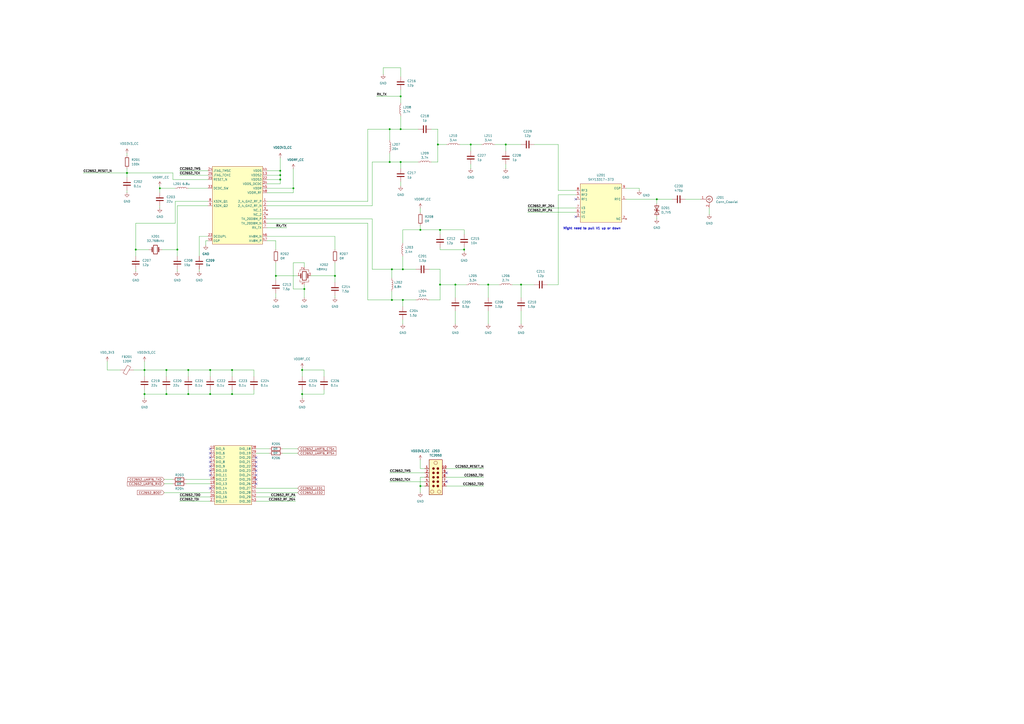
<source format=kicad_sch>
(kicad_sch (version 20250114) (generator "eeschema") (generator_version "9.0")
  (paper "A2")
  (lib_symbols
    (symbol "CC2652P1FRGZR_1"
      (symbol "CC2652P1FRGZR_1_1_1"
        (pin input line (at -17.78 17.78 0) (length 2.54) (name "JTAG_TMSC") (number "24"))
        (pin input line (at -17.78 15.24 0) (length 2.54) (name "JTAG_TCKC") (number "25"))
        (pin input line (at -17.78 12.7 0) (length 2.54) (name "RESET_N") (number "35"))
        (pin passive line (at -17.78 7.62 0) (length 2.54) (name "DCDC_SW") (number "33"))
        (pin passive line (at -17.78 0 0) (length 2.54) (name "X32K_Q1") (number "8"))
        (pin passive line (at -17.78 -2.54 0) (length 2.54) (name "X32K_Q2") (number "9"))
        (pin power_out line (at -17.78 -20.32 0) (length 2.54) (name "DCOUPL") (number "23"))
        (pin power_in line (at -17.78 -22.86 0) (length 2.54) (name "EGP") (number "49"))
        (pin power_in line (at 16.51 17.78 180) (length 2.54) (name "VDDS") (number "44"))
        (pin power_in line (at 16.51 15.24 180) (length 2.54) (name "VDDS2") (number "13"))
        (pin power_in line (at 16.51 12.7 180) (length 2.54) (name "VDDS3") (number "22"))
        (pin power_in line (at 16.51 10.16 180) (length 2.54) (name "VDDS_DCDC") (number "34"))
        (pin power_in line (at 16.51 7.62 180) (length 2.54) (name "VDDR") (number "45"))
        (pin power_in line (at 16.51 5.08 180) (length 2.54) (name "VDDR_RF") (number "48"))
        (pin bidirectional line (at 16.51 0 180) (length 2.54) (name "2_4_GHZ_RF_P") (number "1"))
        (pin bidirectional line (at 16.51 -2.54 180) (length 2.54) (name "2_4_GHZ_RF_N") (number "2"))
        (pin no_connect line (at 16.51 -5.08 180) (length 2.54) (name "NC_1") (number "3"))
        (pin no_connect line (at 16.51 -7.62 180) (length 2.54) (name "NC_2") (number "4"))
        (pin output line (at 16.51 -10.16 180) (length 2.54) (name "TX_20DBM_P") (number "5"))
        (pin output line (at 16.51 -12.7 180) (length 2.54) (name "TX_20DBM_N") (number "5"))
        (pin bidirectional line (at 16.51 -15.24 180) (length 2.54) (name "RX_TX") (number "7"))
        (pin passive line (at 16.51 -20.32 180) (length 2.54) (name "X48M_N") (number "46"))
        (pin passive line (at 16.51 -22.86 180) (length 2.54) (name "X48M_P") (number "47"))
      )
      (symbol "CC2652P1FRGZR_1_2_1"
        (pin bidirectional line (at -15.24 16.51 0) (length 2.54) (name "DIO_5") (number "10"))
        (pin bidirectional line (at -15.24 13.97 0) (length 2.54) (name "DIO_6") (number "11"))
        (pin bidirectional line (at -15.24 11.43 0) (length 2.54) (name "DIO_7") (number "12"))
        (pin bidirectional line (at -15.24 8.89 0) (length 2.54) (name "DIO_8") (number "14"))
        (pin bidirectional line (at -15.24 6.35 0) (length 2.54) (name "DIO_9") (number "15"))
        (pin bidirectional line (at -15.24 3.81 0) (length 2.54) (name "DIO_10") (number "16"))
        (pin bidirectional line (at -15.24 1.27 0) (length 2.54) (name "DIO_11") (number "17"))
        (pin bidirectional line (at -15.24 -1.27 0) (length 2.54) (name "DIO_12") (number "18"))
        (pin bidirectional line (at -15.24 -3.81 0) (length 2.54) (name "DIO_13") (number "19"))
        (pin bidirectional line (at -15.24 -6.35 0) (length 2.54) (name "DIO_14") (number "20"))
        (pin bidirectional line (at -15.24 -8.89 0) (length 2.54) (name "DIO_15") (number "21"))
        (pin bidirectional line (at -15.24 -11.43 0) (length 2.54) (name "DIO_16") (number "26"))
        (pin bidirectional line (at -15.24 -13.97 0) (length 2.54) (name "DIO_17") (number "27"))
        (pin bidirectional line (at 11.43 16.51 180) (length 2.54) (name "DIO_18") (number "28"))
        (pin bidirectional line (at 11.43 13.97 180) (length 2.54) (name "DIO_19") (number "29"))
        (pin bidirectional line (at 11.43 11.43 180) (length 2.54) (name "DIO_20") (number "30"))
        (pin bidirectional line (at 11.43 8.89 180) (length 2.54) (name "DIO_21") (number "31"))
        (pin bidirectional line (at 11.43 6.35 180) (length 2.54) (name "DIO_22") (number "32"))
        (pin bidirectional line (at 11.43 3.81 180) (length 2.54) (name "DIO_23") (number "36"))
        (pin bidirectional line (at 11.43 1.27 180) (length 2.54) (name "DIO_24") (number "37"))
        (pin bidirectional line (at 11.43 -1.27 180) (length 2.54) (name "DIO_25") (number "38"))
        (pin bidirectional line (at 11.43 -3.81 180) (length 2.54) (name "DIO_26") (number "39"))
        (pin bidirectional line (at 11.43 -6.35 180) (length 2.54) (name "DIO_27") (number "40"))
        (pin bidirectional line (at 11.43 -8.89 180) (length 2.54) (name "DIO_28") (number "41"))
        (pin bidirectional line (at 11.43 -11.43 180) (length 2.54) (name "DIO_29") (number "42"))
        (pin bidirectional line (at 11.43 -13.97 180) (length 2.54) (name "DIO_30") (number "43"))
      )
    )
    (symbol "Connector:Conn_Coaxial" (pin_names (offset 1.016) (hide yes))
      (property "Reference" "J" (at 0.254 3.048 0))
      (property "Value" "Conn_Coaxial" (at 2.921 0 90))
      (symbol "Conn_Coaxial_1_1"
        (pin passive line (at -5.08 0 0) (length 2.54) (name "In") (number "1"))
        (pin passive line (at 0 -5.08 90) (length 2.54) (name "Ext") (number "2"))
      )
    )
    (symbol "Connector:TC2050" (in_bom no)
      (property "Reference" "J" (at 1.27 11.43 0))
      (property "Value" "TC2050" (at 1.27 -11.43 0))
      (symbol "TC2050_1_1"
        (pin passive line (at -5.08 5.08 0) (length 2.54) (name "~") (number "1"))
        (pin passive line (at -5.08 2.54 0) (length 2.54) (name "~") (number "2"))
        (pin passive line (at -5.08 0 0) (length 2.54) (name "~") (number "3"))
        (pin passive line (at -5.08 -2.54 0) (length 2.54) (name "~") (number "4"))
        (pin passive line (at -5.08 -5.08 0) (length 2.54) (name "~") (number "5"))
        (pin passive line (at 7.62 5.08 180) (length 2.54) (name "~") (number "10"))
        (pin passive line (at 7.62 2.54 180) (length 2.54) (name "~") (number "9"))
        (pin passive line (at 7.62 0 180) (length 2.54) (name "~") (number "8"))
        (pin passive line (at 7.62 -2.54 180) (length 2.54) (name "~") (number "7"))
        (pin passive line (at 7.62 -5.08 180) (length 2.54) (name "~") (number "6"))
      )
    )
    (symbol "Device:C" (pin_numbers (hide yes)) (pin_names (offset 0.254))
      (property "Reference" "C" (at 0.635 2.54 0))
      (property "Value" "C" (at 0.635 -2.54 0))
      (symbol "C_1_1"
        (pin passive line (at 0 3.81 270) (length 2.794) (name "~") (number "1"))
        (pin passive line (at 0 -3.81 90) (length 2.794) (name "~") (number "2"))
      )
    )
    (symbol "Device:Crystal" (pin_numbers (hide yes)) (pin_names (offset 1.016) (hide yes))
      (property "Reference" "Y" (at 0 3.81 0))
      (property "Value" "Crystal" (at 0 -3.81 0))
      (symbol "Crystal_1_1"
        (pin passive line (at -3.81 0 0) (length 1.27) (name "1") (number "1"))
        (pin passive line (at 3.81 0 180) (length 1.27) (name "2") (number "2"))
      )
    )
    (symbol "Device:Crystal_GND24" (pin_names (offset 1.016) (hide yes))
      (property "Reference" "Y" (at 3.175 5.08 0))
      (property "Value" "Crystal_GND24" (at 3.175 3.175 0))
      (symbol "Crystal_GND24_1_1"
        (pin passive line (at -3.81 0 0) (length 1.27) (name "1") (number "1"))
        (pin passive line (at 0 5.08 270) (length 1.27) (name "2") (number "2"))
        (pin passive line (at 0 -5.08 90) (length 1.27) (name "4") (number "4"))
        (pin passive line (at 3.81 0 180) (length 1.27) (name "3") (number "3"))
      )
    )
    (symbol "Device:D_TVS" (pin_numbers (hide yes)) (pin_names (offset 1.016) (hide yes))
      (property "Reference" "D" (at 0 2.54 0))
      (property "Value" "D_TVS" (at 0 -2.54 0))
      (symbol "D_TVS_1_1"
        (pin passive line (at -3.81 0 0) (length 2.54) (name "A1") (number "1"))
        (pin passive line (at 3.81 0 180) (length 2.54) (name "A2") (number "2"))
      )
    )
    (symbol "Device:FerriteBead" (pin_numbers (hide yes)) (pin_names (offset 0))
      (property "Reference" "FB" (at -3.81 0.635 90))
      (property "Value" "FerriteBead" (at 3.81 0 90))
      (symbol "FerriteBead_1_1"
        (pin passive line (at 0 3.81 270) (length 2.54) (name "~") (number "1"))
        (pin passive line (at 0 -3.81 90) (length 2.54) (name "~") (number "2"))
      )
    )
    (symbol "Device:L" (pin_numbers (hide yes)) (pin_names (offset 1.016) (hide yes))
      (property "Reference" "L" (at -1.27 0 90))
      (property "Value" "L" (at 1.905 0 90))
      (symbol "L_1_1"
        (pin passive line (at 0 3.81 270) (length 1.27) (name "1") (number "1"))
        (pin passive line (at 0 -3.81 90) (length 1.27) (name "2") (number "2"))
      )
    )
    (symbol "Device:R" (pin_numbers (hide yes)) (pin_names (offset 0))
      (property "Reference" "R" (at 2.032 0 90))
      (property "Value" "R" (at 0 0 90))
      (symbol "R_1_1"
        (pin passive line (at 0 3.81 270) (length 1.27) (name "~") (number "1"))
        (pin passive line (at 0 -3.81 90) (length 1.27) (name "~") (number "2"))
      )
    )
    (symbol "SoftServicesSymbolLibrary:CC2652P1FRGZR"
      (symbol "CC2652P1FRGZR_1_1"
        (pin input line (at -17.78 17.78 0) (length 2.54) (name "JTAG_TMSC") (number "24"))
        (pin input line (at -17.78 15.24 0) (length 2.54) (name "JTAG_TCKC") (number "25"))
        (pin input line (at -17.78 12.7 0) (length 2.54) (name "RESET_N") (number "35"))
        (pin passive line (at -17.78 7.62 0) (length 2.54) (name "DCDC_SW") (number "33"))
        (pin passive line (at -17.78 0 0) (length 2.54) (name "X32K_Q1") (number "8"))
        (pin passive line (at -17.78 -2.54 0) (length 2.54) (name "X32K_Q2") (number "9"))
        (pin power_out line (at -17.78 -20.32 0) (length 2.54) (name "DCOUPL") (number "23"))
        (pin power_in line (at -17.78 -22.86 0) (length 2.54) (name "EGP") (number "49"))
        (pin power_in line (at 16.51 17.78 180) (length 2.54) (name "VDDS") (number "44"))
        (pin power_in line (at 16.51 15.24 180) (length 2.54) (name "VDDS2") (number "13"))
        (pin power_in line (at 16.51 12.7 180) (length 2.54) (name "VDDS3") (number "22"))
        (pin power_in line (at 16.51 10.16 180) (length 2.54) (name "VDDS_DCDC") (number "34"))
        (pin power_in line (at 16.51 7.62 180) (length 2.54) (name "VDDR") (number "45"))
        (pin power_in line (at 16.51 5.08 180) (length 2.54) (name "VDDR_RF") (number "48"))
        (pin bidirectional line (at 16.51 0 180) (length 2.54) (name "2_4_GHZ_RF_P") (number "1"))
        (pin bidirectional line (at 16.51 -2.54 180) (length 2.54) (name "2_4_GHZ_RF_N") (number "2"))
        (pin no_connect line (at 16.51 -5.08 180) (length 2.54) (name "NC_1") (number "3"))
        (pin no_connect line (at 16.51 -7.62 180) (length 2.54) (name "NC_2") (number "4"))
        (pin output line (at 16.51 -10.16 180) (length 2.54) (name "TX_20DBM_P") (number "5"))
        (pin output line (at 16.51 -12.7 180) (length 2.54) (name "TX_20DBM_N") (number "6"))
        (pin bidirectional line (at 16.51 -15.24 180) (length 2.54) (name "RX_TX") (number "7"))
        (pin passive line (at 16.51 -20.32 180) (length 2.54) (name "X48M_N") (number "46"))
        (pin passive line (at 16.51 -22.86 180) (length 2.54) (name "X48M_P") (number "47"))
      )
      (symbol "CC2652P1FRGZR_2_1"
        (pin bidirectional line (at -15.24 16.51 0) (length 2.54) (name "DIO_5") (number "10"))
        (pin bidirectional line (at -15.24 13.97 0) (length 2.54) (name "DIO_6") (number "11"))
        (pin bidirectional line (at -15.24 11.43 0) (length 2.54) (name "DIO_7") (number "12"))
        (pin bidirectional line (at -15.24 8.89 0) (length 2.54) (name "DIO_8") (number "14"))
        (pin bidirectional line (at -15.24 6.35 0) (length 2.54) (name "DIO_9") (number "15"))
        (pin bidirectional line (at -15.24 3.81 0) (length 2.54) (name "DIO_10") (number "16"))
        (pin bidirectional line (at -15.24 1.27 0) (length 2.54) (name "DIO_11") (number "17"))
        (pin bidirectional line (at -15.24 -1.27 0) (length 2.54) (name "DIO_12") (number "18"))
        (pin bidirectional line (at -15.24 -3.81 0) (length 2.54) (name "DIO_13") (number "19"))
        (pin bidirectional line (at -15.24 -6.35 0) (length 2.54) (name "DIO_14") (number "20"))
        (pin bidirectional line (at -15.24 -8.89 0) (length 2.54) (name "DIO_15") (number "21"))
        (pin bidirectional line (at -15.24 -11.43 0) (length 2.54) (name "DIO_16") (number "26"))
        (pin bidirectional line (at -15.24 -13.97 0) (length 2.54) (name "DIO_17") (number "27"))
        (pin bidirectional line (at 11.43 16.51 180) (length 2.54) (name "DIO_18") (number "28"))
        (pin bidirectional line (at 11.43 13.97 180) (length 2.54) (name "DIO_19") (number "29"))
        (pin bidirectional line (at 11.43 11.43 180) (length 2.54) (name "DIO_20") (number "30"))
        (pin bidirectional line (at 11.43 8.89 180) (length 2.54) (name "DIO_21") (number "31"))
        (pin bidirectional line (at 11.43 6.35 180) (length 2.54) (name "DIO_22") (number "32"))
        (pin bidirectional line (at 11.43 3.81 180) (length 2.54) (name "DIO_23") (number "36"))
        (pin bidirectional line (at 11.43 1.27 180) (length 2.54) (name "DIO_24") (number "37"))
        (pin bidirectional line (at 11.43 -1.27 180) (length 2.54) (name "DIO_25") (number "38"))
        (pin bidirectional line (at 11.43 -3.81 180) (length 2.54) (name "DIO_26") (number "39"))
        (pin bidirectional line (at 11.43 -6.35 180) (length 2.54) (name "DIO_27") (number "40"))
        (pin bidirectional line (at 11.43 -8.89 180) (length 2.54) (name "DIO_28") (number "41"))
        (pin bidirectional line (at 11.43 -11.43 180) (length 2.54) (name "DIO_29") (number "42"))
        (pin bidirectional line (at 11.43 -13.97 180) (length 2.54) (name "DIO_30") (number "43"))
      )
    )
    (symbol "SoftServicesSymbolLibrary:SKY13317-373"
      (property "Reference" "U" (at 0 18.034 0))
      (property "Value" "SKY13317-373" (at 0 15.748 0))
      (symbol "SKY13317-373_1_1"
        (pin passive line (at -15.24 6.35 0) (length 2.54) (name "RF3") (number "8"))
        (pin passive line (at -15.24 3.81 0) (length 2.54) (name "RF2") (number "5"))
        (pin passive line (at -15.24 1.27 0) (length 2.54) (name "RF1") (number "4"))
        (pin input line (at -15.24 -3.81 0) (length 2.54) (name "V3") (number "7"))
        (pin input line (at -15.24 -6.35 0) (length 2.54) (name "V2") (number "6"))
        (pin input line (at -15.24 -8.89 0) (length 2.54) (name "V1") (number "3"))
        (pin passive line (at 13.97 7.62 180) (length 2.54) (name "EGP") (number "9"))
        (pin passive line (at 13.97 1.27 180) (length 2.54) (name "RFC") (number "1"))
        (pin no_connect line (at 13.97 -10.16 180) (length 2.54) (name "NC") (number "2"))
      )
    )
    (symbol "power:GND" (power) (pin_numbers (hide yes)) (pin_names (offset 0) (hide yes))
      (property "Value" "GND" (at 0 -3.81 0))
      (symbol "GND_1_1"
        (pin power_in line (at 0 0 270) (length 0) (name "~") (number "1"))
      )
    )
    (symbol "power:VDD" (power) (pin_numbers (hide yes)) (pin_names (offset 0) (hide yes))
      (property "Value" "VDD" (at 0 3.556 0))
      (symbol "VDD_1_1"
        (pin power_in line (at 0 0 90) (length 0) (name "~") (number "1"))
      )
    )
  )
  (text "Might need to pull V1 up or down" (at 343.408 132.588 0) (effects (font (size 1.27 1.27) (thickness 0.254) (bold yes))))
  (junction (at 233.68 173.99))
  (junction (at 175.26 228.6))
  (junction (at 83.82 228.6))
  (junction (at 293.37 83.82))
  (junction (at 194.31 160.02))
  (junction (at 109.22 228.6))
  (junction (at 160.02 160.02))
  (junction (at 96.52 228.6))
  (junction (at 121.92 214.63))
  (junction (at 233.68 156.21))
  (junction (at 176.53 167.64))
  (junction (at 283.21 165.1))
  (junction (at 227.33 156.21))
  (junction (at 232.41 55.88))
  (junction (at 83.82 214.63))
  (junction (at 243.84 281.94))
  (junction (at 162.56 99.06))
  (junction (at 78.74 144.78))
  (junction (at 73.66 100.33))
  (junction (at 175.26 214.63))
  (junction (at 134.62 214.63))
  (junction (at 254 83.82))
  (junction (at 162.56 101.6))
  (junction (at 170.18 109.22))
  (junction (at 227.33 173.99))
  (junction (at 273.05 83.82))
  (junction (at 226.06 74.93))
  (junction (at 302.26 165.1))
  (junction (at 226.06 93.98))
  (junction (at 264.16 165.1))
  (junction (at 255.27 133.35))
  (junction (at 134.62 228.6))
  (junction (at 92.71 109.22))
  (junction (at 121.92 228.6))
  (junction (at 232.41 93.98))
  (junction (at 102.87 144.78))
  (junction (at 109.22 214.63))
  (junction (at 232.41 74.93))
  (junction (at 255.27 165.1))
  (junction (at 96.52 214.63))
  (junction (at 243.84 133.35))
  (junction (at 162.56 104.14))
  (junction (at 269.24 144.78))
  (junction (at 381 115.57))
  (no_connect (at 121.92 273.05))
  (no_connect (at 121.92 283.21))
  (no_connect (at 148.59 273.05))
  (no_connect (at 121.92 267.97))
  (no_connect (at 121.92 275.59))
  (no_connect (at 334.01 115.57))
  (no_connect (at 259.08 279.4))
  (no_connect (at 121.92 262.89))
  (no_connect (at 148.59 270.51))
  (no_connect (at 148.59 278.13))
  (no_connect (at 148.59 280.67))
  (no_connect (at 121.92 260.35))
  (no_connect (at 334.01 125.73))
  (no_connect (at 148.59 265.43))
  (no_connect (at 121.92 270.51))
  (no_connect (at 121.92 265.43))
  (no_connect (at 148.59 275.59))
  (no_connect (at 259.08 274.32))
  (no_connect (at 148.59 267.97))
  (wire (pts (xy 48.26 100.33) (xy 73.66 100.33)))
  (wire (pts (xy 162.56 106.68) (xy 162.56 104.14)))
  (wire (pts (xy 254 83.82) (xy 254 74.93)))
  (wire (pts (xy 215.9 127) (xy 215.9 156.21)))
  (wire (pts (xy 323.85 113.03) (xy 334.01 113.03)))
  (wire (pts (xy 170.18 152.4) (xy 170.18 167.64)))
  (wire (pts (xy 62.23 214.63) (xy 69.85 214.63)))
  (wire (pts (xy 104.14 290.83) (xy 121.92 290.83)))
  (wire (pts (xy 104.14 99.06) (xy 120.65 99.06)))
  (wire (pts (xy 96.52 214.63) (xy 83.82 214.63)))
  (wire (pts (xy 104.14 288.29) (xy 121.92 288.29)))
  (wire (pts (xy 264.16 172.72) (xy 264.16 165.1)))
  (wire (pts (xy 162.56 101.6) (xy 162.56 99.06)))
  (wire (pts (xy 323.85 113.03) (xy 323.85 165.1)))
  (wire (pts (xy 162.56 104.14) (xy 162.56 101.6)))
  (wire (pts (xy 78.74 144.78) (xy 86.36 144.78)))
  (wire (pts (xy 302.26 165.1) (xy 302.26 172.72)))
  (wire (pts (xy 232.41 74.93) (xy 242.57 74.93)))
  (wire (pts (xy 109.22 218.44) (xy 109.22 214.63)))
  (wire (pts (xy 227.33 173.99) (xy 227.33 168.91)))
  (wire (pts (xy 232.41 97.79) (xy 232.41 93.98)))
  (wire (pts (xy 397.51 115.57) (xy 406.4 115.57)))
  (wire (pts (xy 148.59 283.21) (xy 172.72 283.21)))
  (wire (pts (xy 363.22 115.57) (xy 381 115.57)))
  (wire (pts (xy 101.6 129.54) (xy 78.74 129.54)))
  (wire (pts (xy 283.21 180.34) (xy 283.21 187.96)))
  (wire (pts (xy 121.92 228.6) (xy 109.22 228.6)))
  (wire (pts (xy 95.25 280.67) (xy 100.33 280.67)))
  (wire (pts (xy 134.62 228.6) (xy 121.92 228.6)))
  (wire (pts (xy 83.82 209.55) (xy 83.82 214.63)))
  (wire (pts (xy 259.08 281.94) (xy 280.67 281.94)))
  (wire (pts (xy 243.84 120.65) (xy 243.84 123.19)))
  (wire (pts (xy 102.87 144.78) (xy 93.98 144.78)))
  (wire (pts (xy 255.27 133.35) (xy 243.84 133.35)))
  (wire (pts (xy 222.25 39.37) (xy 232.41 39.37)))
  (wire (pts (xy 147.32 218.44) (xy 147.32 214.63)))
  (wire (pts (xy 176.53 167.64) (xy 176.53 172.72)))
  (wire (pts (xy 264.16 165.1) (xy 255.27 165.1)))
  (wire (pts (xy 148.59 262.89) (xy 156.21 262.89)))
  (wire (pts (xy 226.06 93.98) (xy 226.06 88.9)))
  (wire (pts (xy 147.32 226.06) (xy 147.32 228.6)))
  (wire (pts (xy 273.05 83.82) (xy 279.4 83.82)))
  (wire (pts (xy 323.85 110.49) (xy 334.01 110.49)))
  (wire (pts (xy 283.21 165.1) (xy 283.21 172.72)))
  (wire (pts (xy 92.71 111.76) (xy 92.71 109.22)))
  (wire (pts (xy 148.59 285.75) (xy 172.72 285.75)))
  (wire (pts (xy 83.82 226.06) (xy 83.82 228.6)))
  (wire (pts (xy 243.84 133.35) (xy 233.68 133.35)))
  (wire (pts (xy 175.26 228.6) (xy 175.26 231.14)))
  (wire (pts (xy 160.02 170.18) (xy 160.02 172.72)))
  (wire (pts (xy 115.57 148.59) (xy 115.57 137.16)))
  (wire (pts (xy 233.68 173.99) (xy 241.3 173.99)))
  (wire (pts (xy 120.65 119.38) (xy 102.87 119.38)))
  (wire (pts (xy 306.07 120.65) (xy 334.01 120.65)))
  (wire (pts (xy 232.41 39.37) (xy 232.41 44.45)))
  (wire (pts (xy 121.92 226.06) (xy 121.92 228.6)))
  (wire (pts (xy 246.38 276.86) (xy 243.84 276.86)))
  (wire (pts (xy 109.22 109.22) (xy 120.65 109.22)))
  (wire (pts (xy 232.41 105.41) (xy 232.41 107.95)))
  (wire (pts (xy 187.96 214.63) (xy 187.96 218.44)))
  (wire (pts (xy 302.26 180.34) (xy 302.26 187.96)))
  (wire (pts (xy 154.94 127) (xy 215.9 127)))
  (wire (pts (xy 317.5 165.1) (xy 323.85 165.1)))
  (wire (pts (xy 213.36 173.99) (xy 227.33 173.99)))
  (wire (pts (xy 381 115.57) (xy 381 118.11)))
  (wire (pts (xy 248.92 173.99) (xy 255.27 173.99)))
  (wire (pts (xy 233.68 156.21) (xy 227.33 156.21)))
  (wire (pts (xy 160.02 152.4) (xy 160.02 160.02)))
  (wire (pts (xy 147.32 228.6) (xy 134.62 228.6)))
  (wire (pts (xy 243.84 281.94) (xy 243.84 285.75)))
  (wire (pts (xy 259.08 276.86) (xy 280.67 276.86)))
  (wire (pts (xy 269.24 144.78) (xy 255.27 144.78)))
  (wire (pts (xy 323.85 83.82) (xy 323.85 110.49)))
  (wire (pts (xy 213.36 129.54) (xy 213.36 173.99)))
  (wire (pts (xy 121.92 218.44) (xy 121.92 214.63)))
  (wire (pts (xy 226.06 74.93) (xy 226.06 81.28)))
  (wire (pts (xy 243.84 130.81) (xy 243.84 133.35)))
  (wire (pts (xy 134.62 226.06) (xy 134.62 228.6)))
  (wire (pts (xy 83.82 214.63) (xy 83.82 218.44)))
  (wire (pts (xy 187.96 228.6) (xy 175.26 228.6)))
  (wire (pts (xy 104.14 101.6) (xy 120.65 101.6)))
  (wire (pts (xy 83.82 228.6) (xy 83.82 231.14)))
  (wire (pts (xy 175.26 213.36) (xy 175.26 214.63)))
  (wire (pts (xy 154.94 116.84) (xy 213.36 116.84)))
  (wire (pts (xy 62.23 209.55) (xy 62.23 214.63)))
  (wire (pts (xy 215.9 156.21) (xy 227.33 156.21)))
  (wire (pts (xy 233.68 133.35) (xy 233.68 140.97)))
  (wire (pts (xy 77.47 214.63) (xy 83.82 214.63)))
  (wire (pts (xy 175.26 218.44) (xy 175.26 214.63)))
  (wire (pts (xy 226.06 74.93) (xy 232.41 74.93)))
  (wire (pts (xy 176.53 154.94) (xy 176.53 152.4)))
  (wire (pts (xy 306.07 123.19) (xy 334.01 123.19)))
  (wire (pts (xy 154.94 104.14) (xy 162.56 104.14)))
  (wire (pts (xy 175.26 214.63) (xy 187.96 214.63)))
  (wire (pts (xy 102.87 144.78) (xy 102.87 148.59)))
  (wire (pts (xy 218.44 55.88) (xy 232.41 55.88)))
  (wire (pts (xy 232.41 93.98) (xy 242.57 93.98)))
  (wire (pts (xy 269.24 143.51) (xy 269.24 144.78)))
  (wire (pts (xy 175.26 226.06) (xy 175.26 228.6)))
  (wire (pts (xy 96.52 228.6) (xy 83.82 228.6)))
  (wire (pts (xy 148.59 260.35) (xy 156.21 260.35)))
  (wire (pts (xy 109.22 228.6) (xy 96.52 228.6)))
  (wire (pts (xy 101.6 116.84) (xy 101.6 129.54)))
  (wire (pts (xy 273.05 83.82) (xy 273.05 87.63)))
  (wire (pts (xy 243.84 276.86) (xy 243.84 281.94)))
  (wire (pts (xy 243.84 266.7) (xy 243.84 271.78)))
  (wire (pts (xy 73.66 110.49) (xy 73.66 111.76)))
  (wire (pts (xy 100.33 104.14) (xy 100.33 100.33)))
  (wire (pts (xy 170.18 111.76) (xy 170.18 109.22)))
  (wire (pts (xy 176.53 152.4) (xy 170.18 152.4)))
  (wire (pts (xy 187.96 226.06) (xy 187.96 228.6)))
  (wire (pts (xy 73.66 100.33) (xy 100.33 100.33)))
  (wire (pts (xy 78.74 129.54) (xy 78.74 144.78)))
  (wire (pts (xy 160.02 160.02) (xy 172.72 160.02)))
  (wire (pts (xy 213.36 74.93) (xy 226.06 74.93)))
  (wire (pts (xy 293.37 95.25) (xy 293.37 97.79)))
  (wire (pts (xy 154.94 137.16) (xy 194.31 137.16)))
  (wire (pts (xy 254 93.98) (xy 254 83.82)))
  (wire (pts (xy 255.27 133.35) (xy 255.27 135.89)))
  (wire (pts (xy 293.37 83.82) (xy 302.26 83.82)))
  (wire (pts (xy 176.53 167.64) (xy 176.53 165.1)))
  (wire (pts (xy 134.62 214.63) (xy 121.92 214.63)))
  (wire (pts (xy 154.94 111.76) (xy 170.18 111.76)))
  (wire (pts (xy 232.41 74.93) (xy 232.41 67.31)))
  (wire (pts (xy 163.83 262.89) (xy 172.72 262.89)))
  (wire (pts (xy 226.06 279.4) (xy 246.38 279.4)))
  (wire (pts (xy 264.16 165.1) (xy 270.51 165.1)))
  (wire (pts (xy 215.9 93.98) (xy 215.9 119.38)))
  (wire (pts (xy 78.74 156.21) (xy 78.74 157.48)))
  (wire (pts (xy 148.59 290.83) (xy 171.45 290.83)))
  (wire (pts (xy 170.18 167.64) (xy 176.53 167.64)))
  (wire (pts (xy 163.83 260.35) (xy 172.72 260.35)))
  (wire (pts (xy 154.94 106.68) (xy 162.56 106.68)))
  (wire (pts (xy 92.71 109.22) (xy 101.6 109.22)))
  (wire (pts (xy 255.27 144.78) (xy 255.27 143.51)))
  (wire (pts (xy 78.74 144.78) (xy 78.74 148.59)))
  (wire (pts (xy 92.71 107.95) (xy 92.71 109.22)))
  (wire (pts (xy 120.65 104.14) (xy 100.33 104.14)))
  (wire (pts (xy 381 125.73) (xy 381 127)))
  (wire (pts (xy 233.68 185.42) (xy 233.68 187.96)))
  (wire (pts (xy 232.41 52.07) (xy 232.41 55.88)))
  (wire (pts (xy 264.16 180.34) (xy 264.16 187.96)))
  (wire (pts (xy 309.88 83.82) (xy 323.85 83.82)))
  (wire (pts (xy 95.25 285.75) (xy 121.92 285.75)))
  (wire (pts (xy 109.22 226.06) (xy 109.22 228.6)))
  (wire (pts (xy 73.66 88.9) (xy 73.66 90.17)))
  (wire (pts (xy 273.05 95.25) (xy 273.05 97.79)))
  (wire (pts (xy 213.36 74.93) (xy 213.36 116.84)))
  (wire (pts (xy 233.68 156.21) (xy 241.3 156.21)))
  (wire (pts (xy 107.95 278.13) (xy 121.92 278.13)))
  (wire (pts (xy 107.95 280.67) (xy 121.92 280.67)))
  (wire (pts (xy 95.25 278.13) (xy 100.33 278.13)))
  (wire (pts (xy 363.22 109.22) (xy 370.84 109.22)))
  (wire (pts (xy 73.66 100.33) (xy 73.66 102.87)))
  (wire (pts (xy 154.94 129.54) (xy 213.36 129.54)))
  (wire (pts (xy 283.21 165.1) (xy 289.56 165.1)))
  (wire (pts (xy 154.94 99.06) (xy 162.56 99.06)))
  (wire (pts (xy 148.59 288.29) (xy 171.45 288.29)))
  (wire (pts (xy 215.9 93.98) (xy 226.06 93.98)))
  (wire (pts (xy 255.27 156.21) (xy 248.92 156.21)))
  (wire (pts (xy 154.94 132.08) (xy 166.37 132.08)))
  (wire (pts (xy 160.02 139.7) (xy 160.02 144.78)))
  (wire (pts (xy 154.94 139.7) (xy 160.02 139.7)))
  (wire (pts (xy 119.38 139.7) (xy 120.65 139.7)))
  (wire (pts (xy 254 74.93) (xy 250.19 74.93)))
  (wire (pts (xy 194.31 171.45) (xy 194.31 172.72)))
  (wire (pts (xy 227.33 173.99) (xy 233.68 173.99)))
  (wire (pts (xy 96.52 218.44) (xy 96.52 214.63)))
  (wire (pts (xy 194.31 160.02) (xy 194.31 163.83)))
  (wire (pts (xy 154.94 119.38) (xy 215.9 119.38)))
  (wire (pts (xy 232.41 55.88) (xy 232.41 59.69)))
  (wire (pts (xy 255.27 165.1) (xy 255.27 156.21)))
  (wire (pts (xy 381 115.57) (xy 389.89 115.57)))
  (wire (pts (xy 287.02 83.82) (xy 293.37 83.82)))
  (wire (pts (xy 73.66 97.79) (xy 73.66 100.33)))
  (wire (pts (xy 154.94 109.22) (xy 170.18 109.22)))
  (wire (pts (xy 194.31 137.16) (xy 194.31 144.78)))
  (wire (pts (xy 102.87 119.38) (xy 102.87 144.78)))
  (wire (pts (xy 222.25 43.18) (xy 222.25 39.37)))
  (wire (pts (xy 115.57 137.16) (xy 120.65 137.16)))
  (wire (pts (xy 255.27 173.99) (xy 255.27 165.1)))
  (wire (pts (xy 370.84 109.22) (xy 370.84 110.49)))
  (wire (pts (xy 194.31 152.4) (xy 194.31 160.02)))
  (wire (pts (xy 170.18 109.22) (xy 170.18 97.79)))
  (wire (pts (xy 269.24 135.89) (xy 269.24 133.35)))
  (wire (pts (xy 134.62 218.44) (xy 134.62 214.63)))
  (wire (pts (xy 269.24 133.35) (xy 255.27 133.35)))
  (wire (pts (xy 250.19 93.98) (xy 254 93.98)))
  (wire (pts (xy 259.08 271.78) (xy 280.67 271.78)))
  (wire (pts (xy 154.94 101.6) (xy 162.56 101.6)))
  (wire (pts (xy 254 83.82) (xy 259.08 83.82)))
  (wire (pts (xy 115.57 156.21) (xy 115.57 157.48)))
  (wire (pts (xy 266.7 83.82) (xy 273.05 83.82)))
  (wire (pts (xy 233.68 173.99) (xy 233.68 177.8)))
  (wire (pts (xy 121.92 214.63) (xy 109.22 214.63)))
  (wire (pts (xy 278.13 165.1) (xy 283.21 165.1)))
  (wire (pts (xy 162.56 99.06) (xy 162.56 91.44)))
  (wire (pts (xy 226.06 274.32) (xy 246.38 274.32)))
  (wire (pts (xy 233.68 148.59) (xy 233.68 156.21)))
  (wire (pts (xy 194.31 160.02) (xy 180.34 160.02)))
  (wire (pts (xy 160.02 160.02) (xy 160.02 162.56)))
  (wire (pts (xy 92.71 119.38) (xy 92.71 120.65)))
  (wire (pts (xy 226.06 93.98) (xy 232.41 93.98)))
  (wire (pts (xy 147.32 214.63) (xy 134.62 214.63)))
  (wire (pts (xy 297.18 165.1) (xy 302.26 165.1)))
  (wire (pts (xy 302.26 165.1) (xy 309.88 165.1)))
  (wire (pts (xy 269.24 146.05) (xy 269.24 144.78)))
  (wire (pts (xy 120.65 116.84) (xy 101.6 116.84)))
  (wire (pts (xy 102.87 156.21) (xy 102.87 157.48)))
  (wire (pts (xy 119.38 142.24) (xy 119.38 139.7)))
  (wire (pts (xy 293.37 83.82) (xy 293.37 87.63)))
  (wire (pts (xy 109.22 214.63) (xy 96.52 214.63)))
  (wire (pts (xy 243.84 271.78) (xy 246.38 271.78)))
  (wire (pts (xy 411.48 120.65) (xy 411.48 124.46)))
  (wire (pts (xy 243.84 281.94) (xy 246.38 281.94)))
  (wire (pts (xy 227.33 156.21) (xy 227.33 161.29)))
  (wire (pts (xy 96.52 226.06) (xy 96.52 228.6)))
  (label "CC2652_RF_2G4" (at 171.45 290.83 180) (effects (font (thickness 0.254) (bold yes))))
  (label "CC2652_RF_PA" (at 306.07 123.19 0) (effects (font (thickness 0.254) (bold yes))))
  (label "CC2652_TDO" (at 104.14 288.29 0) (effects (font (thickness 0.254) (bold yes))))
  (label "CC2652_TCK" (at 104.14 101.6 0) (effects (font (thickness 0.254) (bold yes))))
  (label "CC2652_RESET_N" (at 48.26 100.33 0) (effects (font (thickness 0.254) (bold yes))))
  (label "CC2652_RESET_N" (at 280.67 271.78 180) (effects (font (thickness 0.254) (bold yes))))
  (label "CC2652_TDI" (at 104.14 290.83 0) (effects (font (thickness 0.254) (bold yes))))
  (label "CC2652_RF_2G4" (at 306.07 120.65 0) (effects (font (thickness 0.254) (bold yes))))
  (label "CC2652_RF_PA" (at 171.45 288.29 180) (effects (font (thickness 0.254) (bold yes))))
  (label "RX{slash}TX" (at 166.37 132.08 180) (effects (font (thickness 0.254) (bold yes))))
  (label "CC2652_TMS" (at 104.14 99.06 0) (effects (font (thickness 0.254) (bold yes))))
  (label "CC2652_TDI" (at 280.67 276.86 180) (effects (font (thickness 0.254) (bold yes))))
  (label "CC2652_TCK" (at 226.06 279.4 0) (effects (font (thickness 0.254) (bold yes))))
  (label "RX_TX" (at 218.44 55.88 0) (effects (font (thickness 0.254) (bold yes))))
  (label "CC2652_TDO" (at 280.67 281.94 180) (effects (font (thickness 0.254) (bold yes))))
  (label "CC2652_TMS" (at 226.06 274.32 0) (effects (font (thickness 0.254) (bold yes))))
  (global_label "CC2652_UART6_RXD" (shape input) (at 95.25 280.67 180) (property "Intersheetrefs" "${INTERSHEET_REFS}" (effects (hide yes))))
  (global_label "CC2652_LED2" (shape input) (at 172.72 285.75 0) (property "Intersheetrefs" "${INTERSHEET_REFS}" (effects (hide yes))))
  (global_label "CC2652_UART6_TXD" (shape input) (at 95.25 278.13 180) (property "Intersheetrefs" "${INTERSHEET_REFS}" (effects (hide yes))))
  (global_label "CC2652_LED1" (shape input) (at 172.72 283.21 0) (property "Intersheetrefs" "${INTERSHEET_REFS}" (effects (hide yes))))
  (global_label "CC2652_BOOT" (shape input) (at 95.25 285.75 180) (property "Intersheetrefs" "${INTERSHEET_REFS}" (effects (hide yes))))
  (global_label "CC2652_UART6_RTSn" (shape input) (at 172.72 262.89 0) (property "Intersheetrefs" "${INTERSHEET_REFS}" (effects (hide yes))))
  (global_label "CC2652_UART6_CTSn" (shape input) (at 172.72 260.35 0) (property "Intersheetrefs" "${INTERSHEET_REFS}" (effects (hide yes))))
  (symbol (lib_id "Device:L") (at 105.41 109.22 90) (unit 1)
    (property "Reference" "L201" (at 102.87 106.68 90))
    (property "Value" "6.8u" (at 107.95 106.68 90))
    (property "Description" "Inductor" (effects (hide yes)))
  )
  (symbol (lib_id "power:GND") (at 411.48 124.46 0) (unit 1)
    (property "Reference" "#PWR0204" (effects (hide yes)))
    (property "Value" "GND" (at 411.48 129.54 0))
    (property "Description" "Power symbol creates a global label with name \"GND\" , ground" (effects (hide yes)))
  )
  (symbol (lib_id "Device:L") (at 262.89 83.82 90) (unit 1)
    (property "Reference" "L210" (at 262.89 78.74 90))
    (property "Value" "3.4n" (at 262.89 81.28 90))
    (property "Description" "Inductor" (effects (hide yes)))
  )
  (symbol (lib_id "power:GND") (at 115.57 157.48 0) (unit 1)
    (property "Reference" "#PWR0216" (effects (hide yes)))
    (property "Value" "GND" (at 115.57 162.56 0))
    (property "Description" "Power symbol creates a global label with name \"GND\" , ground" (effects (hide yes)))
  )
  (symbol (lib_id "Connector:Conn_Coaxial") (at 411.48 115.57 0) (unit 1)
    (property "Reference" "J201" (at 415.29 114.5931 0) (effects (justify left)))
    (property "Value" "Conn_Coaxial" (at 415.29 117.1331 0) (effects (justify left)))
    (property "Description" "coaxial connector (BNC, SMA, SMB, SMC, Cinch/RCA, LEMO, ...)" (effects (hide yes)))
  )
  (symbol (lib_id "power:GND") (at 175.26 231.14 0) (unit 1)
    (property "Reference" "#PWR0228" (effects (hide yes)))
    (property "Value" "GND" (at 175.26 236.22 0))
    (property "Description" "Power symbol creates a global label with name \"GND\" , ground" (effects (hide yes)))
  )
  (symbol (lib_id "Device:C") (at 92.71 115.57 0) (unit 1)
    (property "Reference" "C203" (at 96.52 114.2999 0) (effects (justify left)))
    (property "Value" "22u" (at 96.52 116.8399 0) (effects (justify left)))
    (property "Description" "Unpolarized capacitor" (effects (hide yes)))
  )
  (symbol (lib_id "Device:L") (at 233.68 144.78 180) (unit 1)
    (property "Reference" "L203" (at 234.95 143.5099 0) (effects (justify right)))
    (property "Value" "2.4n" (at 234.95 146.0499 0) (effects (justify right)))
    (property "Description" "Inductor" (effects (hide yes)))
  )
  (symbol (lib_id "power:GND") (at 83.82 231.14 0) (unit 1)
    (property "Reference" "#PWR0227" (effects (hide yes)))
    (property "Value" "GND" (at 83.82 236.22 0))
    (property "Description" "Power symbol creates a global label with name \"GND\" , ground" (effects (hide yes)))
  )
  (symbol (lib_id "power:GND") (at 302.26 187.96 0) (unit 1)
    (property "Reference" "#PWR0212" (effects (hide yes)))
    (property "Value" "GND" (at 302.26 193.04 0))
    (property "Description" "Power symbol creates a global label with name \"GND\" , ground" (effects (hide yes)))
  )
  (symbol (lib_id "Device:Crystal") (at 90.17 144.78 0) (unit 1)
    (property "Reference" "X201" (at 90.17 137.16 0))
    (property "Value" "32.768kHz" (at 90.17 139.7 0))
    (property "Description" "Two pin crystal" (effects (hide yes)))
  )
  (symbol (lib_id "Device:C") (at 246.38 74.93 90) (unit 1)
    (property "Reference" "C218" (at 246.38 67.31 90))
    (property "Value" "1p" (at 246.38 69.85 90))
    (property "Description" "Unpolarized capacitor" (effects (hide yes)))
  )
  (symbol (lib_id "Device:L") (at 232.41 63.5 180) (unit 1)
    (property "Reference" "L208" (at 233.68 62.2299 0) (effects (justify right)))
    (property "Value" "3.7n" (at 233.68 64.7699 0) (effects (justify right)))
    (property "Description" "Inductor" (effects (hide yes)))
  )
  (symbol (lib_id "SoftServicesSymbolLibrary:CC2652P1FRGZR") (at 138.43 116.84 0) (unit 1)
    (property "Reference" "U202" (effects (hide yes)))
    (property "Value" "CC2652P1FRGZR" (effects (hide yes)))
  )
  (symbol (lib_id "power:GND") (at 269.24 146.05 0) (unit 1)
    (property "Reference" "#PWR0213" (effects (hide yes)))
    (property "Value" "GND" (at 269.24 151.13 0))
    (property "Description" "Power symbol creates a global label with name \"GND\" , ground" (effects (hide yes)))
  )
  (symbol (lib_id "Device:C") (at 134.62 222.25 0) (unit 1)
    (property "Reference" "C223" (at 138.43 220.9799 0) (effects (justify left)))
    (property "Value" "0.1u" (at 138.43 223.5199 0) (effects (justify left)))
    (property "Description" "Unpolarized capacitor" (effects (hide yes)))
  )
  (symbol (lib_id "Device:L") (at 227.33 165.1 0) (unit 1)
    (property "Reference" "L202" (at 228.6 163.8299 0) (effects (justify left)))
    (property "Value" "6.8n" (at 228.6 166.3699 0) (effects (justify left)))
    (property "Description" "Inductor" (effects (hide yes)))
  )
  (symbol (lib_id "Device:R") (at 73.66 93.98 0) (unit 1)
    (property "Reference" "R201" (at 76.2 92.7099 0) (effects (justify left)))
    (property "Value" "100k" (at 76.2 95.2499 0) (effects (justify left)))
    (property "Description" "Resistor" (effects (hide yes)))
  )
  (symbol (lib_id "Device:C") (at 115.57 152.4 0) (unit 1)
    (property "Reference" "C209" (at 119.38 151.1299 0) (effects (justify left)))
    (property "Value" "1u" (at 119.38 153.6699 0) (effects (justify left)))
    (property "Description" "Unpolarized capacitor" (effects (hide yes)))
  )
  (symbol (lib_id "Device:C") (at 187.96 222.25 0) (unit 1)
    (property "Reference" "C226" (at 191.77 220.9799 0) (effects (justify left)))
    (property "Value" "0.1u" (at 191.77 223.5199 0) (effects (justify left)))
    (property "Description" "Unpolarized capacitor" (effects (hide yes)))
  )
  (symbol (lib_id "Device:L") (at 226.06 85.09 0) (unit 1)
    (property "Reference" "L207" (at 227.33 83.8199 0) (effects (justify left)))
    (property "Value" "20n" (at 227.33 86.3599 0) (effects (justify left)))
    (property "Description" "Inductor" (effects (hide yes)))
  )
  (symbol (lib_id "power:GND") (at 176.53 172.72 0) (unit 1)
    (property "Reference" "#PWR0219" (effects (hide yes)))
    (property "Value" "GND" (at 176.53 177.8 0))
    (property "Description" "Power symbol creates a global label with name \"GND\" , ground" (effects (hide yes)))
  )
  (symbol (lib_name "CC2652P1FRGZR_1") (lib_id "SoftServicesSymbolLibrary:CC2652P1FRGZR") (at 137.16 276.86 0) (unit 2)
    (property "Reference" "U203" (effects (hide yes)))
    (property "Value" "CC2652P1FRGZR" (effects (hide yes)))
  )
  (symbol (lib_id "Device:C") (at 255.27 139.7 180) (unit 1)
    (property "Reference" "C212" (at 259.08 138.4299 0) (effects (justify right)))
    (property "Value" "12p" (at 259.08 140.9699 0) (effects (justify right)))
    (property "Description" "Unpolarized capacitor" (effects (hide yes)))
  )
  (symbol (lib_id "Device:FerriteBead") (at 73.66 214.63 90) (unit 1)
    (property "Reference" "FB201" (at 73.6092 207.01 90))
    (property "Value" "120R" (at 73.6092 209.55 90))
    (property "Description" "Ferrite bead" (effects (hide yes)))
    (property "Part #" "BLM18PG121SN1D" (effects (hide yes)))
  )
  (symbol (lib_id "power:VDD") (at 83.82 209.55 0) (unit 1)
    (property "Reference" "#PWR0229" (effects (hide yes)))
    (property "Value" "VDD3V3_CC" (at 79.502 204.47 0) (effects (justify left)))
    (property "Description" "Power symbol creates a global label with name \"VDD\"" (effects (hide yes)))
  )
  (symbol (lib_id "power:VDD") (at 62.23 209.55 0) (unit 1)
    (property "Reference" "#PWR0222" (effects (hide yes)))
    (property "Value" "VDD_3V3" (at 62.23 204.47 0))
    (property "Description" "Power symbol creates a global label with name \"VDD\"" (effects (hide yes)))
  )
  (symbol (lib_id "power:VDD") (at 170.18 97.79 0) (unit 1)
    (property "Reference" "#PWR0203" (effects (hide yes)))
    (property "Value" "VDDRF_CC" (at 166.624 92.71 0) (effects (justify left)))
    (property "Description" "Power symbol creates a global label with name \"VDD\"" (effects (hide yes)))
  )
  (symbol (lib_id "Device:C") (at 306.07 83.82 270) (unit 1)
    (property "Reference" "C229" (at 306.07 76.2 90))
    (property "Value" "12p" (at 306.07 78.74 90))
    (property "Description" "Unpolarized capacitor" (effects (hide yes)))
  )
  (symbol (lib_id "Device:C") (at 233.68 181.61 180) (unit 1)
    (property "Reference" "C204" (at 237.49 180.3399 0) (effects (justify right)))
    (property "Value" "1.5p" (at 237.49 182.8799 0) (effects (justify right)))
    (property "Description" "Unpolarized capacitor" (effects (hide yes)))
  )
  (symbol (lib_id "Device:R") (at 243.84 127 0) (unit 1)
    (property "Reference" "R208" (at 246.38 125.7299 0) (effects (justify left)))
    (property "Value" "0R" (at 246.38 128.2699 0) (effects (justify left)))
    (property "Description" "Resistor" (effects (hide yes)))
  )
  (symbol (lib_id "power:GND") (at 102.87 157.48 0) (unit 1)
    (property "Reference" "#PWR0215" (effects (hide yes)))
    (property "Value" "GND" (at 102.87 162.56 0))
    (property "Description" "Power symbol creates a global label with name \"GND\" , ground" (effects (hide yes)))
  )
  (symbol (lib_id "power:GND") (at 293.37 97.79 0) (unit 1)
    (property "Reference" "#PWR0226" (effects (hide yes)))
    (property "Value" "GND" (at 293.37 102.87 0))
    (property "Description" "Power symbol creates a global label with name \"GND\" , ground" (effects (hide yes)))
  )
  (symbol (lib_id "Device:C") (at 293.37 91.44 180) (unit 1)
    (property "Reference" "C228" (at 297.18 90.1699 0) (effects (justify right)))
    (property "Value" "1p" (at 297.18 92.7099 0) (effects (justify right)))
    (property "Description" "Unpolarized capacitor" (effects (hide yes)))
  )
  (symbol (lib_id "Device:R") (at 160.02 262.89 90) (unit 1)
    (property "Reference" "R206" (at 160.02 265.684 90))
    (property "Value" "0R" (at 159.766 262.89 90))
    (property "Description" "Resistor" (effects (hide yes)))
  )
  (symbol (lib_id "power:GND") (at 264.16 187.96 0) (unit 1)
    (property "Reference" "#PWR0209" (effects (hide yes)))
    (property "Value" "GND" (at 264.16 193.04 0))
    (property "Description" "Power symbol creates a global label with name \"GND\" , ground" (effects (hide yes)))
  )
  (symbol (lib_id "Device:L") (at 274.32 165.1 90) (unit 1)
    (property "Reference" "L205" (at 274.32 160.02 90))
    (property "Value" "3.3n" (at 274.32 162.56 90))
    (property "Description" "Inductor" (effects (hide yes)))
  )
  (symbol (lib_id "Device:C") (at 273.05 91.44 180) (unit 1)
    (property "Reference" "C227" (at 276.86 90.1699 0) (effects (justify right)))
    (property "Value" "1p" (at 276.86 92.7099 0) (effects (justify right)))
    (property "Description" "Unpolarized capacitor" (effects (hide yes)))
  )
  (symbol (lib_id "power:GND") (at 78.74 157.48 0) (unit 1)
    (property "Reference" "#PWR0214" (effects (hide yes)))
    (property "Value" "GND" (at 78.74 162.56 0))
    (property "Description" "Power symbol creates a global label with name \"GND\" , ground" (effects (hide yes)))
  )
  (symbol (lib_id "Device:C") (at 313.69 165.1 270) (unit 1)
    (property "Reference" "C211" (at 313.69 157.48 90))
    (property "Value" "12p" (at 313.69 160.02 90))
    (property "Description" "Unpolarized capacitor" (effects (hide yes)))
  )
  (symbol (lib_id "Device:C") (at 96.52 222.25 0) (unit 1)
    (property "Reference" "C220" (at 100.33 220.9799 0) (effects (justify left)))
    (property "Value" "22u" (at 100.33 223.5199 0) (effects (justify left)))
    (property "Description" "Unpolarized capacitor" (effects (hide yes)))
  )
  (symbol (lib_id "Device:R") (at 160.02 148.59 0) (unit 1)
    (property "Reference" "R202" (at 162.56 147.3199 0) (effects (justify left)))
    (property "Value" "0R" (at 162.56 149.8599 0) (effects (justify left)))
    (property "Description" "Resistor" (effects (hide yes)))
  )
  (symbol (lib_id "power:VDD") (at 73.66 88.9 0) (unit 1)
    (property "Reference" "#PWR0201" (effects (hide yes)))
    (property "Value" "VDD3V3_CC" (at 69.596 83.312 0) (effects (justify left)))
    (property "Description" "Power symbol creates a global label with name \"VDD\"" (effects (hide yes)))
  )
  (symbol (lib_id "power:GND") (at 119.38 142.24 0) (unit 1)
    (property "Reference" "#PWR0211" (effects (hide yes)))
    (property "Value" "GND" (at 119.38 147.32 0))
    (property "Description" "Power symbol creates a global label with name \"GND\" , ground" (effects (hide yes)))
  )
  (symbol (lib_id "power:VDD") (at 162.56 91.44 0) (unit 1)
    (property "Reference" "#PWR0202" (effects (hide yes)))
    (property "Value" "VDD3V3_CC" (at 158.496 85.598 0) (effects (justify left)))
    (property "Description" "Power symbol creates a global label with name \"VDD\"" (effects (hide yes)))
  )
  (symbol (lib_id "power:GND") (at 73.66 111.76 0) (unit 1)
    (property "Reference" "#PWR0206" (effects (hide yes)))
    (property "Value" "GND" (at 73.66 116.84 0))
    (property "Description" "Power symbol creates a global label with name \"GND\" , ground" (effects (hide yes)))
  )
  (symbol (lib_id "power:GND") (at 232.41 107.95 0) (unit 1)
    (property "Reference" "#PWR0224" (effects (hide yes)))
    (property "Value" "GND" (at 232.41 113.03 0))
    (property "Description" "Power symbol creates a global label with name \"GND\" , ground" (effects (hide yes)))
  )
  (symbol (lib_id "Device:R") (at 104.14 280.67 90) (unit 1)
    (property "Reference" "R204" (at 104.14 283.464 90))
    (property "Value" "0R" (at 103.886 280.67 90))
    (property "Description" "Resistor" (effects (hide yes)))
  )
  (symbol (lib_id "Device:Crystal_GND24") (at 176.53 160.02 0) (unit 1)
    (property "Reference" "X202" (at 187.96 153.5998 0))
    (property "Value" "48MHz" (at 186.69 156.21 0))
    (property "Description" "Four pin crystal, GND on pins 2 and 4" (effects (hide yes)))
  )
  (symbol (lib_id "power:GND") (at 194.31 172.72 0) (unit 1)
    (property "Reference" "#PWR0220" (effects (hide yes)))
    (property "Value" "GND" (at 194.31 177.8 0))
    (property "Description" "Power symbol creates a global label with name \"GND\" , ground" (effects (hide yes)))
  )
  (symbol (lib_id "Device:C") (at 109.22 222.25 0) (unit 1)
    (property "Reference" "C221" (at 113.03 220.9799 0) (effects (justify left)))
    (property "Value" "0.1u" (at 113.03 223.5199 0) (effects (justify left)))
    (property "Description" "Unpolarized capacitor" (effects (hide yes)))
  )
  (symbol (lib_id "Device:C") (at 102.87 152.4 0) (unit 1)
    (property "Reference" "C208" (at 106.68 151.1299 0) (effects (justify left)))
    (property "Value" "15p" (at 106.68 153.6699 0) (effects (justify left)))
    (property "Description" "Unpolarized capacitor" (effects (hide yes)))
  )
  (symbol (lib_id "power:GND") (at 381 127 0) (unit 1)
    (property "Reference" "#PWR0233" (effects (hide yes)))
    (property "Value" "GND" (at 381 132.08 0))
    (property "Description" "Power symbol creates a global label with name \"GND\" , ground" (effects (hide yes)))
  )
  (symbol (lib_id "Device:C") (at 232.41 48.26 0) (unit 1)
    (property "Reference" "C216" (at 236.22 46.9899 0) (effects (justify left)))
    (property "Value" "12p" (at 236.22 49.5299 0) (effects (justify left)))
    (property "Description" "Unpolarized capacitor" (effects (hide yes)))
  )
  (symbol (lib_id "Device:C") (at 194.31 167.64 0) (unit 1)
    (property "Reference" "C214" (at 198.12 166.3699 0) (effects (justify left)))
    (property "Value" "7.5p" (at 198.12 168.9099 0) (effects (justify left)))
    (property "Description" "Unpolarized capacitor" (effects (hide yes)))
  )
  (symbol (lib_id "Device:C") (at 264.16 176.53 180) (unit 1)
    (property "Reference" "C205" (at 267.97 175.2599 0) (effects (justify right)))
    (property "Value" "0.5p" (at 267.97 177.7999 0) (effects (justify right)))
    (property "Description" "Unpolarized capacitor" (effects (hide yes)))
  )
  (symbol (lib_id "Device:C") (at 78.74 152.4 0) (unit 1)
    (property "Reference" "C207" (at 82.55 151.1299 0) (effects (justify left)))
    (property "Value" "12p" (at 82.55 153.6699 0) (effects (justify left)))
    (property "Description" "Unpolarized capacitor" (effects (hide yes)))
  )
  (symbol (lib_id "Device:C") (at 83.82 222.25 0) (unit 1)
    (property "Reference" "C219" (at 87.63 220.9799 0) (effects (justify left)))
    (property "Value" "22u" (at 87.63 223.5199 0) (effects (justify left)))
    (property "Description" "Unpolarized capacitor" (effects (hide yes)))
  )
  (symbol (lib_id "power:VDD") (at 243.84 266.7 0) (unit 1)
    (property "Reference" "#PWR0231" (effects (hide yes)))
    (property "Value" "VDD3V3_CC" (at 243.84 261.62 0))
    (property "Description" "Power symbol creates a global label with name \"VDD\"" (effects (hide yes)))
  )
  (symbol (lib_id "Device:R") (at 160.02 260.35 90) (unit 1)
    (property "Reference" "R205" (at 160.02 257.556 90))
    (property "Value" "0R" (at 159.766 260.35 90))
    (property "Description" "Resistor" (effects (hide yes)))
  )
  (symbol (lib_id "Device:C") (at 73.66 106.68 0) (unit 1)
    (property "Reference" "C202" (at 77.47 105.4099 0) (effects (justify left)))
    (property "Value" "0.1u" (at 77.47 107.9499 0) (effects (justify left)))
    (property "Description" "Unpolarized capacitor" (effects (hide yes)))
  )
  (symbol (lib_id "Device:D_TVS") (at 381 121.92 90) (unit 1)
    (property "Reference" "D201" (at 383.54 120.6499 90) (effects (justify right)))
    (property "Value" "D_TVS" (at 383.54 123.1899 90) (effects (justify right)))
    (property "Description" "Bidirectional transient-voltage-suppression diode" (effects (hide yes)))
  )
  (symbol (lib_id "Connector:TC2050") (at 251.46 276.86 0) (unit 1) (in_bom no)
    (property "Reference" "J203" (at 252.73 261.62 0))
    (property "Value" "TC2050" (at 252.73 264.16 0))
    (property "Footprint" "Connector:Tag-Connect_TC2050-IDC-NL_2x05_P1.27mm_Vertical" (effects (hide yes)))
    (property "Datasheet" "https://www.tag-connect.com/wp-content/uploads/bsk-pdf-manager/TC2050-IDC-NL_Datasheet_8.pdf" (effects (hide yes)))
    (property "Description" "Tag-Connect’s 10-pins connector" (effects (hide yes)))
  )
  (symbol (lib_id "Device:C") (at 245.11 156.21 90) (unit 1)
    (property "Reference" "C201" (at 245.11 148.59 90))
    (property "Value" "1.5p" (at 245.11 151.13 90))
    (property "Description" "Unpolarized capacitor" (effects (hide yes)))
  )
  (symbol (lib_id "Device:L") (at 283.21 83.82 90) (unit 1)
    (property "Reference" "L211" (at 283.21 78.74 90))
    (property "Value" "3.4n" (at 283.21 81.28 90))
    (property "Description" "Inductor" (effects (hide yes)))
  )
  (symbol (lib_id "power:GND") (at 160.02 172.72 0) (unit 1)
    (property "Reference" "#PWR0218" (effects (hide yes)))
    (property "Value" "GND" (at 160.02 177.8 0))
    (property "Description" "Power symbol creates a global label with name \"GND\" , ground" (effects (hide yes)))
  )
  (symbol (lib_id "Device:R") (at 104.14 278.13 90) (unit 1)
    (property "Reference" "R203" (at 104.14 275.59 90))
    (property "Value" "0R" (at 103.886 278.13 90))
    (property "Description" "Resistor" (effects (hide yes)))
  )
  (symbol (lib_id "Device:C") (at 147.32 222.25 0) (unit 1)
    (property "Reference" "C224" (at 151.13 220.9799 0) (effects (justify left)))
    (property "Value" "0.1u" (at 151.13 223.5199 0) (effects (justify left)))
    (property "Description" "Unpolarized capacitor" (effects (hide yes)))
  )
  (symbol (lib_id "power:GND") (at 283.21 187.96 0) (unit 1)
    (property "Reference" "#PWR0210" (effects (hide yes)))
    (property "Value" "GND" (at 283.21 193.04 0))
    (property "Description" "Power symbol creates a global label with name \"GND\" , ground" (effects (hide yes)))
  )
  (symbol (lib_id "Device:C") (at 160.02 166.37 0) (unit 1)
    (property "Reference" "C213" (at 163.83 165.0999 0) (effects (justify left)))
    (property "Value" "7.5p" (at 163.83 167.6399 0) (effects (justify left)))
    (property "Description" "Unpolarized capacitor" (effects (hide yes)))
  )
  (symbol (lib_id "Device:C") (at 175.26 222.25 0) (unit 1)
    (property "Reference" "C225" (at 179.07 220.9799 0) (effects (justify left)))
    (property "Value" "0.1u" (at 179.07 223.5199 0) (effects (justify left)))
    (property "Description" "Unpolarized capacitor" (effects (hide yes)))
  )
  (symbol (lib_id "power:GND") (at 222.25 43.18 0) (unit 1)
    (property "Reference" "#PWR0221" (effects (hide yes)))
    (property "Value" "GND" (at 222.25 48.26 0))
    (property "Description" "Power symbol creates a global label with name \"GND\" , ground" (effects (hide yes)))
  )
  (symbol (lib_id "power:GND") (at 273.05 97.79 0) (unit 1)
    (property "Reference" "#PWR0225" (effects (hide yes)))
    (property "Value" "GND" (at 273.05 102.87 0))
    (property "Description" "Power symbol creates a global label with name \"GND\" , ground" (effects (hide yes)))
  )
  (symbol (lib_id "power:GND") (at 243.84 285.75 0) (unit 1)
    (property "Reference" "#PWR0230" (effects (hide yes)))
    (property "Value" "GND" (at 243.84 290.83 0))
    (property "Description" "Power symbol creates a global label with name \"GND\" , ground" (effects (hide yes)))
  )
  (symbol (lib_id "Device:L") (at 293.37 165.1 90) (unit 1)
    (property "Reference" "L206" (at 293.37 160.02 90))
    (property "Value" "2.7n" (at 293.37 162.56 90))
    (property "Description" "Inductor" (effects (hide yes)))
  )
  (symbol (lib_id "Device:C") (at 232.41 101.6 0) (unit 1)
    (property "Reference" "C217" (at 236.22 100.3299 0) (effects (justify left)))
    (property "Value" "1p" (at 236.22 102.8699 0) (effects (justify left)))
    (property "Description" "Unpolarized capacitor" (effects (hide yes)))
  )
  (symbol (lib_id "power:GND") (at 370.84 110.49 0) (unit 1)
    (property "Reference" "#PWR0232" (effects (hide yes)))
    (property "Value" "GND" (at 374.904 113.284 0))
    (property "Description" "Power symbol creates a global label with name \"GND\" , ground" (effects (hide yes)))
  )
  (symbol (lib_id "power:GND") (at 92.71 120.65 0) (unit 1)
    (property "Reference" "#PWR0207" (effects (hide yes)))
    (property "Value" "GND" (at 92.71 125.73 0))
    (property "Description" "Power symbol creates a global label with name \"GND\" , ground" (effects (hide yes)))
  )
  (symbol (lib_id "Device:C") (at 302.26 176.53 180) (unit 1)
    (property "Reference" "C210" (at 306.07 175.2599 0) (effects (justify right)))
    (property "Value" "1.5p" (at 306.07 177.7999 0) (effects (justify right)))
    (property "Description" "Unpolarized capacitor" (effects (hide yes)))
  )
  (symbol (lib_id "power:VDD") (at 92.71 107.95 0) (unit 1)
    (property "Reference" "#PWR0205" (effects (hide yes)))
    (property "Value" "VDDRF_CC" (at 88.392 102.87 0) (effects (justify left)))
    (property "Description" "Power symbol creates a global label with name \"VDD\"" (effects (hide yes)))
  )
  (symbol (lib_id "Device:C") (at 121.92 222.25 0) (unit 1)
    (property "Reference" "C222" (at 125.73 220.9799 0) (effects (justify left)))
    (property "Value" "0.1u" (at 125.73 223.5199 0) (effects (justify left)))
    (property "Description" "Unpolarized capacitor" (effects (hide yes)))
  )
  (symbol (lib_id "Device:C") (at 269.24 139.7 180) (unit 1)
    (property "Reference" "C215" (at 273.05 138.4299 0) (effects (justify right)))
    (property "Value" "10n" (at 273.05 140.9699 0) (effects (justify right)))
    (property "Description" "Unpolarized capacitor" (effects (hide yes)))
  )
  (symbol (lib_id "Device:C") (at 393.7 115.57 90) (unit 1)
    (property "Reference" "C230" (at 393.7 107.95 90))
    (property "Value" "470p" (at 393.7 110.49 90))
    (property "Description" "Unpolarized capacitor" (effects (hide yes)))
  )
  (symbol (lib_id "power:VDD") (at 175.26 213.36 0) (unit 1)
    (property "Reference" "#PWR0223" (effects (hide yes)))
    (property "Value" "VDDRF_CC" (at 175.26 208.28 0))
    (property "Description" "Power symbol creates a global label with name \"VDD\"" (effects (hide yes)))
  )
  (symbol (lib_id "Device:L") (at 245.11 173.99 90) (unit 1)
    (property "Reference" "L204" (at 245.11 168.91 90))
    (property "Value" "2.4n" (at 245.11 171.45 90))
    (property "Description" "Inductor" (effects (hide yes)))
  )
  (symbol (lib_id "power:VDD") (at 243.84 120.65 0) (unit 1)
    (property "Reference" "#PWR0217" (effects (hide yes)))
    (property "Value" "VDDRF_CC" (at 240.284 115.57 0) (effects (justify left)))
    (property "Description" "Power symbol creates a global label with name \"VDD\"" (effects (hide yes)))
  )
  (symbol (lib_id "Device:R") (at 194.31 148.59 0) (unit 1)
    (property "Reference" "R207" (at 196.85 147.3199 0) (effects (justify left)))
    (property "Value" "0R" (at 196.85 149.8599 0) (effects (justify left)))
    (property "Description" "Resistor" (effects (hide yes)))
  )
  (symbol (lib_id "Device:L") (at 246.38 93.98 90) (unit 1)
    (property "Reference" "L209" (at 246.38 88.9 90))
    (property "Value" "3.7n" (at 246.38 91.44 90))
    (property "Description" "Inductor" (effects (hide yes)))
  )
  (symbol (lib_id "Device:C") (at 283.21 176.53 180) (unit 1)
    (property "Reference" "C206" (at 287.02 175.2599 0) (effects (justify right)))
    (property "Value" "1.5p" (at 287.02 177.7999 0) (effects (justify right)))
    (property "Description" "Unpolarized capacitor" (effects (hide yes)))
  )
  (symbol (lib_id "power:GND") (at 233.68 187.96 0) (unit 1)
    (property "Reference" "#PWR0208" (effects (hide yes)))
    (property "Value" "GND" (at 233.68 193.04 0))
    (property "Description" "Power symbol creates a global label with name \"GND\" , ground" (effects (hide yes)))
  )
  (symbol (lib_id "SoftServicesSymbolLibrary:SKY13317-373") (at 349.25 116.84 0) (unit 1)
    (property "Reference" "U201" (at 348.615 101.6 0))
    (property "Value" "SKY13317-373" (at 348.615 104.14 0))
  )
)
</source>
